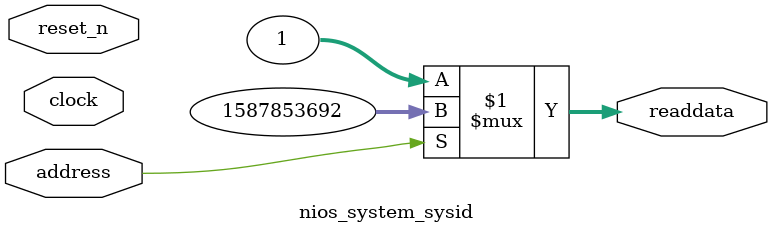
<source format=v>



// synthesis translate_off
`timescale 1ns / 1ps
// synthesis translate_on

// turn off superfluous verilog processor warnings 
// altera message_level Level1 
// altera message_off 10034 10035 10036 10037 10230 10240 10030 

module nios_system_sysid (
               // inputs:
                address,
                clock,
                reset_n,

               // outputs:
                readdata
             )
;

  output  [ 31: 0] readdata;
  input            address;
  input            clock;
  input            reset_n;

  wire    [ 31: 0] readdata;
  //control_slave, which is an e_avalon_slave
  assign readdata = address ? 1587853692 : 1;

endmodule



</source>
